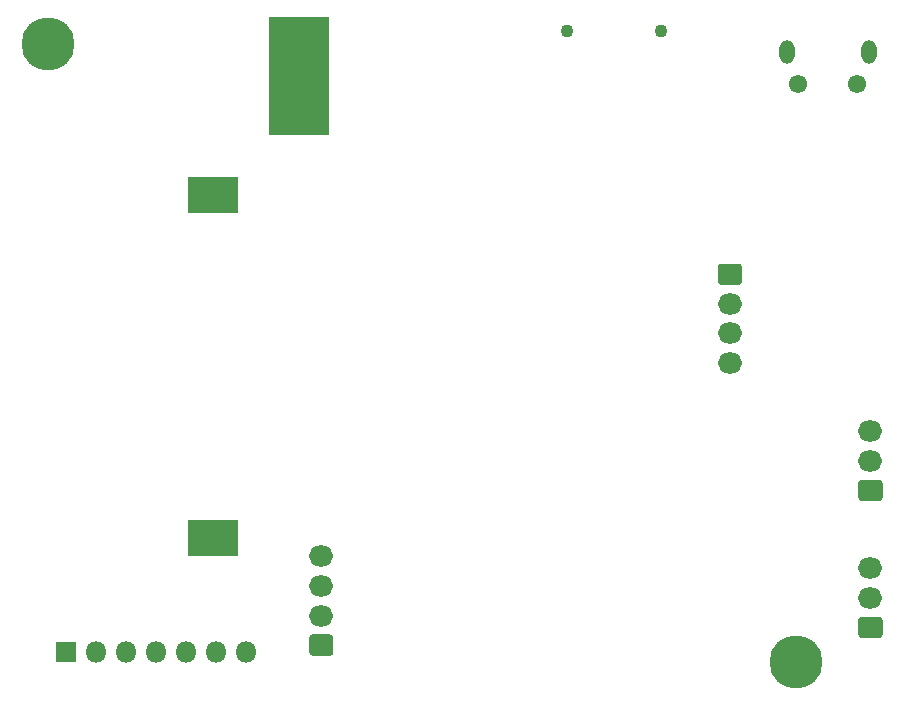
<source format=gbr>
%TF.GenerationSoftware,KiCad,Pcbnew,5.1.6-c6e7f7d~86~ubuntu20.04.1*%
%TF.CreationDate,2020-06-03T17:40:23+02:00*%
%TF.ProjectId,FShort,4653686f-7274-42e6-9b69-6361645f7063,rev?*%
%TF.SameCoordinates,Original*%
%TF.FileFunction,Soldermask,Bot*%
%TF.FilePolarity,Negative*%
%FSLAX46Y46*%
G04 Gerber Fmt 4.6, Leading zero omitted, Abs format (unit mm)*
G04 Created by KiCad (PCBNEW 5.1.6-c6e7f7d~86~ubuntu20.04.1) date 2020-06-03 17:40:23*
%MOMM*%
%LPD*%
G01*
G04 APERTURE LIST*
%ADD10C,4.500000*%
%ADD11C,0.800000*%
%ADD12R,4.300000X3.100000*%
%ADD13R,1.800000X1.800000*%
%ADD14O,1.800000X1.800000*%
%ADD15O,2.050000X1.800000*%
%ADD16C,1.550000*%
%ADD17O,1.300000X2.000000*%
%ADD18C,1.100000*%
%ADD19R,5.100000X10.100000*%
G04 APERTURE END LIST*
D10*
%TO.C,MH2*%
X166700000Y-94700000D03*
D11*
X168350000Y-94700000D03*
X167866726Y-95866726D03*
X166700000Y-96350000D03*
X165533274Y-95866726D03*
X165050000Y-94700000D03*
X165533274Y-93533274D03*
X166700000Y-93050000D03*
X167866726Y-93533274D03*
%TD*%
%TO.C,MH1*%
X104566726Y-41233274D03*
X103400000Y-40750000D03*
X102233274Y-41233274D03*
X101750000Y-42400000D03*
X102233274Y-43566726D03*
X103400000Y-44050000D03*
X104566726Y-43566726D03*
X105050000Y-42400000D03*
D10*
X103400000Y-42400000D03*
%TD*%
D12*
%TO.C,BT1*%
X117300000Y-84200000D03*
X117300000Y-55200000D03*
%TD*%
D13*
%TO.C,J2*%
X104900000Y-93900000D03*
D14*
X107440000Y-93900000D03*
X109980000Y-93900000D03*
X112520000Y-93900000D03*
X115060000Y-93900000D03*
X117600000Y-93900000D03*
X120140000Y-93900000D03*
%TD*%
%TO.C,J3*%
G36*
G01*
X173760294Y-92700000D02*
X172239706Y-92700000D01*
G75*
G02*
X171975000Y-92435294I0J264706D01*
G01*
X171975000Y-91164706D01*
G75*
G02*
X172239706Y-90900000I264706J0D01*
G01*
X173760294Y-90900000D01*
G75*
G02*
X174025000Y-91164706I0J-264706D01*
G01*
X174025000Y-92435294D01*
G75*
G02*
X173760294Y-92700000I-264706J0D01*
G01*
G37*
D15*
X173000000Y-89300000D03*
X173000000Y-86800000D03*
%TD*%
%TO.C,J4*%
X173000000Y-75200000D03*
X173000000Y-77700000D03*
G36*
G01*
X173760294Y-81100000D02*
X172239706Y-81100000D01*
G75*
G02*
X171975000Y-80835294I0J264706D01*
G01*
X171975000Y-79564706D01*
G75*
G02*
X172239706Y-79300000I264706J0D01*
G01*
X173760294Y-79300000D01*
G75*
G02*
X174025000Y-79564706I0J-264706D01*
G01*
X174025000Y-80835294D01*
G75*
G02*
X173760294Y-81100000I-264706J0D01*
G01*
G37*
%TD*%
D16*
%TO.C,J5*%
X171900000Y-45762500D03*
X166900000Y-45762500D03*
D17*
X172900000Y-43062500D03*
X165900000Y-43062500D03*
%TD*%
D15*
%TO.C,J7*%
X161100000Y-69400000D03*
X161100000Y-66900000D03*
X161100000Y-64400000D03*
G36*
G01*
X160339706Y-61000000D02*
X161860294Y-61000000D01*
G75*
G02*
X162125000Y-61264706I0J-264706D01*
G01*
X162125000Y-62535294D01*
G75*
G02*
X161860294Y-62800000I-264706J0D01*
G01*
X160339706Y-62800000D01*
G75*
G02*
X160075000Y-62535294I0J264706D01*
G01*
X160075000Y-61264706D01*
G75*
G02*
X160339706Y-61000000I264706J0D01*
G01*
G37*
%TD*%
%TO.C,J8*%
G36*
G01*
X127260294Y-94200000D02*
X125739706Y-94200000D01*
G75*
G02*
X125475000Y-93935294I0J264706D01*
G01*
X125475000Y-92664706D01*
G75*
G02*
X125739706Y-92400000I264706J0D01*
G01*
X127260294Y-92400000D01*
G75*
G02*
X127525000Y-92664706I0J-264706D01*
G01*
X127525000Y-93935294D01*
G75*
G02*
X127260294Y-94200000I-264706J0D01*
G01*
G37*
X126500000Y-90800000D03*
X126500000Y-88300000D03*
X126500000Y-85800000D03*
%TD*%
D18*
%TO.C,J13*%
X147300000Y-41310000D03*
X155300000Y-41310000D03*
%TD*%
D19*
%TO.C,J14*%
X124600000Y-45100000D03*
%TD*%
M02*

</source>
